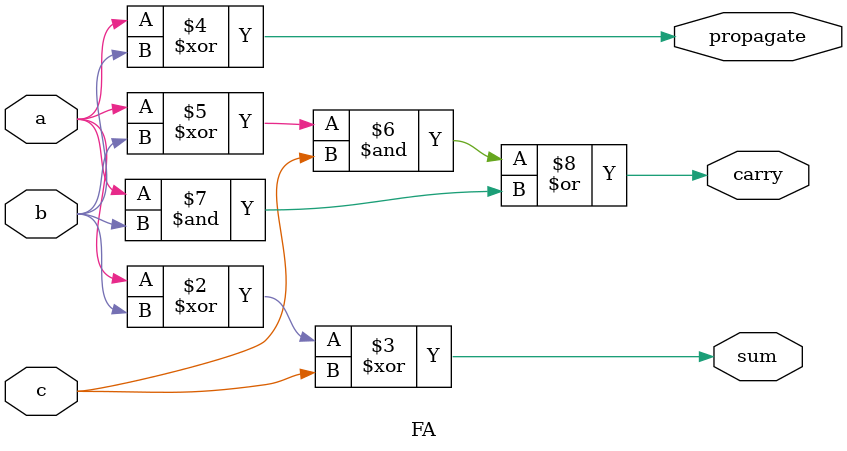
<source format=v>
`timescale 1ns / 1ps


module FA(
    input a,
    input b,
    input c,
    output reg sum,propagate,carry
    );
    always @(*) 
    begin 
    sum = (a^b)^c; 
    propagate = a^b;
    carry =(a^b)&c | a&b;
    end
endmodule

</source>
